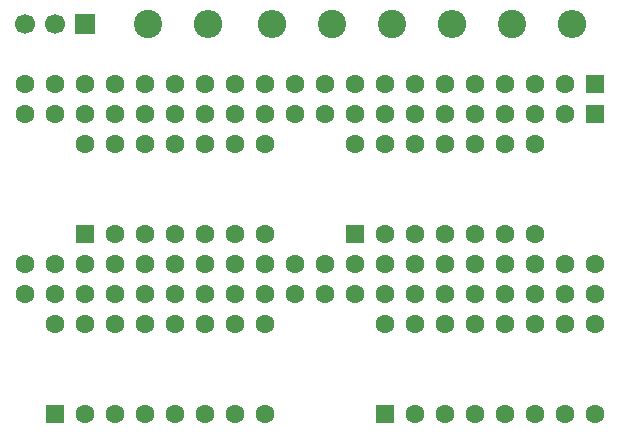
<source format=gbr>
%TF.GenerationSoftware,KiCad,Pcbnew,9.0.1*%
%TF.CreationDate,2025-04-10T22:20:43+03:00*%
%TF.ProjectId,Z80_card,5a38305f-6361-4726-942e-6b696361645f,rev?*%
%TF.SameCoordinates,Original*%
%TF.FileFunction,Soldermask,Top*%
%TF.FilePolarity,Negative*%
%FSLAX46Y46*%
G04 Gerber Fmt 4.6, Leading zero omitted, Abs format (unit mm)*
G04 Created by KiCad (PCBNEW 9.0.1) date 2025-04-10 22:20:43*
%MOMM*%
%LPD*%
G01*
G04 APERTURE LIST*
G04 Aperture macros list*
%AMRoundRect*
0 Rectangle with rounded corners*
0 $1 Rounding radius*
0 $2 $3 $4 $5 $6 $7 $8 $9 X,Y pos of 4 corners*
0 Add a 4 corners polygon primitive as box body*
4,1,4,$2,$3,$4,$5,$6,$7,$8,$9,$2,$3,0*
0 Add four circle primitives for the rounded corners*
1,1,$1+$1,$2,$3*
1,1,$1+$1,$4,$5*
1,1,$1+$1,$6,$7*
1,1,$1+$1,$8,$9*
0 Add four rect primitives between the rounded corners*
20,1,$1+$1,$2,$3,$4,$5,0*
20,1,$1+$1,$4,$5,$6,$7,0*
20,1,$1+$1,$6,$7,$8,$9,0*
20,1,$1+$1,$8,$9,$2,$3,0*%
G04 Aperture macros list end*
%ADD10RoundRect,0.250000X0.550000X-0.550000X0.550000X0.550000X-0.550000X0.550000X-0.550000X-0.550000X0*%
%ADD11C,1.600000*%
%ADD12R,1.700000X1.700000*%
%ADD13C,1.700000*%
%ADD14C,2.400000*%
%ADD15O,2.400000X2.400000*%
%ADD16RoundRect,0.250000X-0.550000X0.550000X-0.550000X-0.550000X0.550000X-0.550000X0.550000X0.550000X0*%
G04 APERTURE END LIST*
D10*
%TO.C,D1*%
X55880000Y-58420000D03*
D11*
X58420000Y-58420000D03*
X60960000Y-58420000D03*
X63500000Y-58420000D03*
X66040000Y-58420000D03*
X68580000Y-58420000D03*
X71120000Y-58420000D03*
X71120000Y-50800000D03*
X68580000Y-50800000D03*
X66040000Y-50800000D03*
X63500000Y-50800000D03*
X60960000Y-50800000D03*
X58420000Y-50800000D03*
X55880000Y-50800000D03*
%TD*%
D10*
%TO.C,D4*%
X53340000Y-73660000D03*
D11*
X55880000Y-73660000D03*
X58420000Y-73660000D03*
X60960000Y-73660000D03*
X63500000Y-73660000D03*
X66040000Y-73660000D03*
X68580000Y-73660000D03*
X71120000Y-73660000D03*
X71120000Y-66040000D03*
X68580000Y-66040000D03*
X66040000Y-66040000D03*
X63500000Y-66040000D03*
X60960000Y-66040000D03*
X58420000Y-66040000D03*
X55880000Y-66040000D03*
X53340000Y-66040000D03*
%TD*%
D12*
%TO.C,J2*%
X55880000Y-40640000D03*
D13*
X53340000Y-40640000D03*
X50800000Y-40640000D03*
%TD*%
D10*
%TO.C,D3*%
X81280000Y-73660000D03*
D11*
X83820000Y-73660000D03*
X86360000Y-73660000D03*
X88900000Y-73660000D03*
X91440000Y-73660000D03*
X93980000Y-73660000D03*
X96520000Y-73660000D03*
X99060000Y-73660000D03*
X99060000Y-66040000D03*
X96520000Y-66040000D03*
X93980000Y-66040000D03*
X91440000Y-66040000D03*
X88900000Y-66040000D03*
X86360000Y-66040000D03*
X83820000Y-66040000D03*
X81280000Y-66040000D03*
%TD*%
D14*
%TO.C,R2*%
X92075000Y-40640000D03*
D15*
X97155000Y-40640000D03*
%TD*%
D14*
%TO.C,R1*%
X76835000Y-40640000D03*
D15*
X71755000Y-40640000D03*
%TD*%
D14*
%TO.C,R3*%
X81915000Y-40640000D03*
D15*
X86995000Y-40640000D03*
%TD*%
D16*
%TO.C,J1*%
X99060000Y-45720000D03*
D11*
X96520000Y-45720000D03*
X93980000Y-45720000D03*
X91440000Y-45720000D03*
X88900000Y-45720000D03*
X86360000Y-45720000D03*
X83820000Y-45720000D03*
X81280000Y-45720000D03*
X78740000Y-45720000D03*
X76200000Y-45720000D03*
X73660000Y-45720000D03*
X71120000Y-45720000D03*
X68580000Y-45720000D03*
X66040000Y-45720000D03*
X63500000Y-45720000D03*
X60960000Y-45720000D03*
X58420000Y-45720000D03*
X55880000Y-45720000D03*
X53340000Y-45720000D03*
X50800000Y-45720000D03*
X50800000Y-60960000D03*
X53340000Y-60960000D03*
X55880000Y-60960000D03*
X58420000Y-60960000D03*
X60960000Y-60960000D03*
X63500000Y-60960000D03*
X66040000Y-60960000D03*
X68580000Y-60960000D03*
X71120000Y-60960000D03*
X73660000Y-60960000D03*
X76200000Y-60960000D03*
X78740000Y-60960000D03*
X81280000Y-60960000D03*
X83820000Y-60960000D03*
X86360000Y-60960000D03*
X88900000Y-60960000D03*
X91440000Y-60960000D03*
X93980000Y-60960000D03*
X96520000Y-60960000D03*
X99060000Y-60960000D03*
%TD*%
D14*
%TO.C,R4*%
X61260000Y-40640000D03*
D15*
X66340000Y-40640000D03*
%TD*%
D16*
%TO.C,U1*%
X99060000Y-48260000D03*
D11*
X96520000Y-48260000D03*
X93980000Y-48260000D03*
X91440000Y-48260000D03*
X88900000Y-48260000D03*
X86360000Y-48260000D03*
X83820000Y-48260000D03*
X81280000Y-48260000D03*
X78740000Y-48260000D03*
X76200000Y-48260000D03*
X73660000Y-48260000D03*
X71120000Y-48260000D03*
X68580000Y-48260000D03*
X66040000Y-48260000D03*
X63500000Y-48260000D03*
X60960000Y-48260000D03*
X58420000Y-48260000D03*
X55880000Y-48260000D03*
X53340000Y-48260000D03*
X50800000Y-48260000D03*
X50800000Y-63500000D03*
X53340000Y-63500000D03*
X55880000Y-63500000D03*
X58420000Y-63500000D03*
X60960000Y-63500000D03*
X63500000Y-63500000D03*
X66040000Y-63500000D03*
X68580000Y-63500000D03*
X71120000Y-63500000D03*
X73660000Y-63500000D03*
X76200000Y-63500000D03*
X78740000Y-63500000D03*
X81280000Y-63500000D03*
X83820000Y-63500000D03*
X86360000Y-63500000D03*
X88900000Y-63500000D03*
X91440000Y-63500000D03*
X93980000Y-63500000D03*
X96520000Y-63500000D03*
X99060000Y-63500000D03*
%TD*%
D10*
%TO.C,D2*%
X78740000Y-58420000D03*
D11*
X81280000Y-58420000D03*
X83820000Y-58420000D03*
X86360000Y-58420000D03*
X88900000Y-58420000D03*
X91440000Y-58420000D03*
X93980000Y-58420000D03*
X93980000Y-50800000D03*
X91440000Y-50800000D03*
X88900000Y-50800000D03*
X86360000Y-50800000D03*
X83820000Y-50800000D03*
X81280000Y-50800000D03*
X78740000Y-50800000D03*
%TD*%
M02*

</source>
